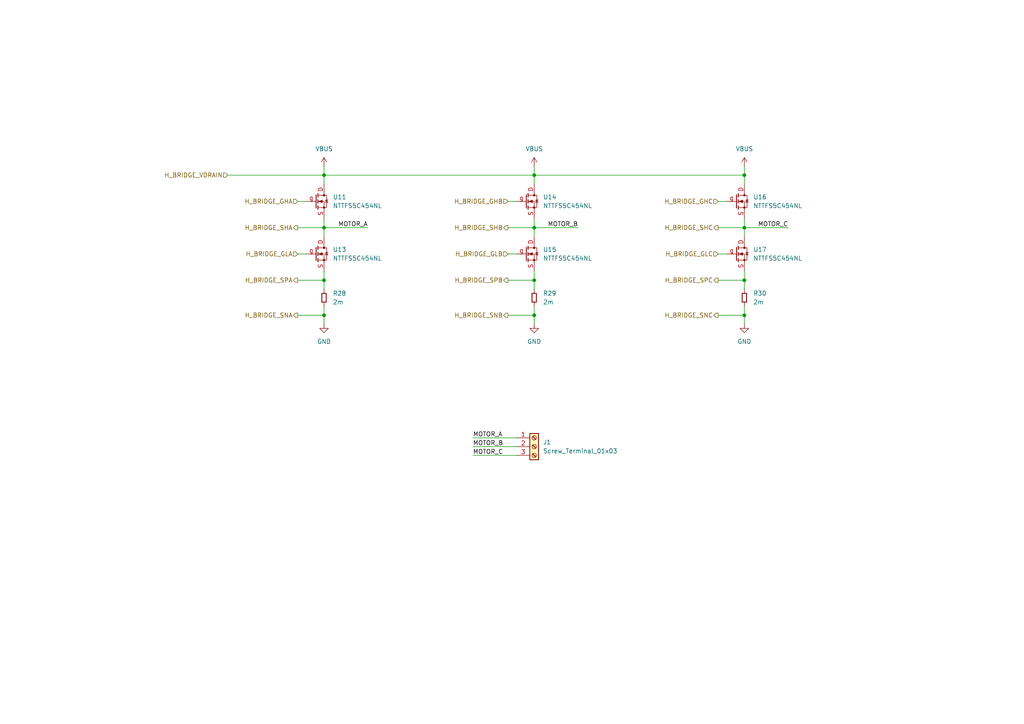
<source format=kicad_sch>
(kicad_sch (version 20250114) (generator "eeschema") (generator_version "9.0")
  (paper "A4")
  (lib_symbols
    (symbol "Connector:Screw_Terminal_01x03" (pin_names (offset 1.016) (hide yes))
      (property "Reference" "J" (at 0 5.08 0))
      (property "Value" "Screw_Terminal_01x03" (at 0 -5.08 0))
      (symbol "Screw_Terminal_01x03_1_1"
        (rectangle (start -1.27 3.81) (end 1.27 -3.81) (stroke (width 0.254)) (fill (type background)))
        (polyline (pts (xy -0.5334 2.8702) (xy 0.3302 2.032)) (stroke (width 0.1524)))
        (polyline (pts (xy -0.5334 0.3302) (xy 0.3302 -0.508)) (stroke (width 0.1524)))
        (polyline (pts (xy -0.5334 -2.2098) (xy 0.3302 -3.048)) (stroke (width 0.1524)))
        (polyline (pts (xy -0.3556 3.048) (xy 0.508 2.2098)) (stroke (width 0.1524)))
        (polyline (pts (xy -0.3556 0.508) (xy 0.508 -0.3302)) (stroke (width 0.1524)))
        (polyline (pts (xy -0.3556 -2.032) (xy 0.508 -2.8702)) (stroke (width 0.1524)))
        (circle (center 0 2.54) (radius 0.635) (stroke (width 0.1524)))
        (circle (center 0 0) (radius 0.635) (stroke (width 0.1524)))
        (circle (center 0 -2.54) (radius 0.635) (stroke (width 0.1524)))
        (pin passive line (at -5.08 2.54 0) (length 3.81) (name "Pin_1") (number "1"))
        (pin passive line (at -5.08 0 0) (length 3.81) (name "Pin_2") (number "2"))
        (pin passive line (at -5.08 -2.54 0) (length 3.81) (name "Pin_3") (number "3"))
      )
    )
    (symbol "Device:R" (pin_numbers (hide yes)) (pin_names (offset 0))
      (symbol "R_0_1"
        (rectangle (start -0.635 1.27) (end 0.635 -1.27) (stroke (width 0.254)))
      )
      (symbol "R_1_1"
        (pin passive line (at 0 2.54 270) (length 1.27) (name "~") (number "1"))
        (pin passive line (at 0 -2.54 90) (length 1.27) (name "~") (number "2"))
      )
    )
    (symbol "main_board:NTTFS5C454NL"
      (symbol "NTTFS5C454NL_0_1"
        (polyline (pts (xy 2.794 1.905) (xy 2.794 -1.905)) (stroke (width 0.254)))
        (polyline (pts (xy 3.302 2.286) (xy 3.302 1.27)) (stroke (width 0.254)))
        (polyline (pts (xy 3.302 1.778) (xy 5.842 1.778) (xy 5.842 -1.778) (xy 3.302 -1.778)))
        (polyline (pts (xy 3.302 0.508) (xy 3.302 -0.508)) (stroke (width 0.254)))
        (polyline (pts (xy 3.302 -1.27) (xy 3.302 -2.286)) (stroke (width 0.254)))
        (polyline (pts (xy 3.556 0) (xy 4.572 -0.381) (xy 4.572 0.381) (xy 3.556 0)) (fill (type outline)))
        (circle (center 5.08 1.778) (radius 0.254) (fill (type outline)))
        (circle (center 5.08 -1.778) (radius 0.254) (fill (type outline)))
        (polyline (pts (xy 5.08 -1.905) (xy 5.08 0) (xy 3.302 0)))
        (polyline (pts (xy 5.6388 0.381) (xy 5.4356 0.254)))
        (polyline (pts (xy 5.8294 0.381) (xy 6.2104 -0.254) (xy 5.4484 -0.254) (xy 5.8294 0.381)))
        (polyline (pts (xy 6.0452 0.381) (xy 5.6388 0.381)))
        (polyline (pts (xy 6.0452 0.381) (xy 6.0452 0.381)))
        (polyline (pts (xy 6.0452 0.381) (xy 6.223 0.508)))
      )
      (symbol "NTTFS5C454NL_1_1"
        (pin input line (at 0 0 0) (length 2.794) (hide yes) (name "") (number "4"))
        (pin input line (at 0 0 0) (length 2.794) (name "") (number "g"))
        (pin power_out line (at 5.08 5.08 270) (length 3.175) (hide yes) (name "") (number "10"))
        (pin power_out line (at 5.08 5.08 270) (length 3.175) (hide yes) (name "") (number "11"))
        (pin power_out line (at 5.08 5.08 270) (length 3.175) (hide yes) (name "") (number "5"))
        (pin power_out line (at 5.08 5.08 270) (length 3.175) (hide yes) (name "") (number "6"))
        (pin power_out line (at 5.08 5.08 270) (length 3.175) (hide yes) (name "") (number "7"))
        (pin power_out line (at 5.08 5.08 270) (length 3.175) (hide yes) (name "") (number "8"))
        (pin power_out line (at 5.08 5.08 270) (length 3.175) (hide yes) (name "") (number "9"))
        (pin power_out line (at 5.08 5.08 270) (length 3.175) (name "") (number "D"))
        (pin power_out line (at 5.08 -5.08 90) (length 3.175) (hide yes) (name "") (number "1"))
        (pin power_out line (at 5.08 -5.08 90) (length 3.175) (hide yes) (name "") (number "2"))
        (pin power_out line (at 5.08 -5.08 90) (length 3.175) (hide yes) (name "") (number "3"))
        (pin power_in line (at 5.08 -5.08 90) (length 3.175) (name "") (number "S"))
      )
    )
    (symbol "power:GND" (power) (pin_numbers (hide yes)) (pin_names (offset 0) (hide yes))
      (property "Value" "GND" (at 0 -3.81 0))
      (symbol "GND_0_1"
        (polyline (pts (xy 0 0) (xy 0 -1.27) (xy 1.27 -1.27) (xy 0 -2.54) (xy -1.27 -1.27) (xy 0 -1.27)))
      )
      (symbol "GND_1_1"
        (pin power_in line (at 0 0 270) (length 0) (name "~") (number "1"))
      )
    )
    (symbol "power:VBUS" (power) (pin_numbers (hide yes)) (pin_names (offset 0) (hide yes))
      (property "Value" "VBUS" (at 0 3.556 0))
      (symbol "VBUS_0_1"
        (polyline (pts (xy -0.762 1.27) (xy 0 2.54)))
        (polyline (pts (xy 0 2.54) (xy 0.762 1.27)))
        (polyline (pts (xy 0 0) (xy 0 2.54)))
      )
      (symbol "VBUS_1_1"
        (pin power_in line (at 0 0 90) (length 0) (name "~") (number "1"))
      )
    )
  )
  (junction (at 215.9 50.8))
  (junction (at 215.9 66.04))
  (junction (at 93.98 81.28))
  (junction (at 93.98 66.04))
  (junction (at 154.94 50.8))
  (junction (at 215.9 81.28))
  (junction (at 93.98 50.8))
  (junction (at 93.98 91.44))
  (junction (at 154.94 81.28))
  (junction (at 215.9 91.44))
  (junction (at 154.94 91.44))
  (junction (at 154.94 66.04))
  (wire (pts (xy 93.98 63.5) (xy 93.98 66.04)))
  (wire (pts (xy 215.9 88.9) (xy 215.9 91.44)))
  (wire (pts (xy 154.94 88.9) (xy 154.94 91.44)))
  (wire (pts (xy 93.98 50.8) (xy 93.98 53.34)))
  (wire (pts (xy 66.04 50.8) (xy 93.98 50.8)))
  (wire (pts (xy 86.36 91.44) (xy 93.98 91.44)))
  (wire (pts (xy 86.36 66.04) (xy 93.98 66.04)))
  (wire (pts (xy 86.36 81.28) (xy 93.98 81.28)))
  (wire (pts (xy 93.98 81.28) (xy 93.98 83.82)))
  (wire (pts (xy 154.94 78.74) (xy 154.94 81.28)))
  (wire (pts (xy 154.94 48.26) (xy 154.94 50.8)))
  (wire (pts (xy 93.98 66.04) (xy 106.68 66.04)))
  (wire (pts (xy 149.86 73.66) (xy 147.32 73.66)))
  (wire (pts (xy 208.28 81.28) (xy 215.9 81.28)))
  (wire (pts (xy 154.94 50.8) (xy 215.9 50.8)))
  (wire (pts (xy 215.9 66.04) (xy 228.6 66.04)))
  (wire (pts (xy 210.82 73.66) (xy 208.28 73.66)))
  (wire (pts (xy 88.9 73.66) (xy 86.36 73.66)))
  (wire (pts (xy 215.9 81.28) (xy 215.9 83.82)))
  (wire (pts (xy 149.86 127) (xy 137.16 127)))
  (wire (pts (xy 88.9 58.42) (xy 86.36 58.42)))
  (wire (pts (xy 93.98 48.26) (xy 93.98 50.8)))
  (wire (pts (xy 210.82 58.42) (xy 208.28 58.42)))
  (wire (pts (xy 215.9 63.5) (xy 215.9 66.04)))
  (wire (pts (xy 154.94 50.8) (xy 154.94 53.34)))
  (wire (pts (xy 154.94 91.44) (xy 154.94 93.98)))
  (wire (pts (xy 149.86 129.54) (xy 137.16 129.54)))
  (wire (pts (xy 147.32 91.44) (xy 154.94 91.44)))
  (wire (pts (xy 208.28 91.44) (xy 215.9 91.44)))
  (wire (pts (xy 215.9 66.04) (xy 215.9 68.58)))
  (wire (pts (xy 149.86 132.08) (xy 137.16 132.08)))
  (wire (pts (xy 215.9 48.26) (xy 215.9 50.8)))
  (wire (pts (xy 215.9 91.44) (xy 215.9 93.98)))
  (wire (pts (xy 93.98 91.44) (xy 93.98 93.98)))
  (wire (pts (xy 149.86 58.42) (xy 147.32 58.42)))
  (wire (pts (xy 93.98 88.9) (xy 93.98 91.44)))
  (wire (pts (xy 154.94 63.5) (xy 154.94 66.04)))
  (wire (pts (xy 215.9 78.74) (xy 215.9 81.28)))
  (wire (pts (xy 215.9 50.8) (xy 215.9 53.34)))
  (wire (pts (xy 93.98 78.74) (xy 93.98 81.28)))
  (wire (pts (xy 154.94 66.04) (xy 167.64 66.04)))
  (wire (pts (xy 208.28 66.04) (xy 215.9 66.04)))
  (wire (pts (xy 154.94 81.28) (xy 154.94 83.82)))
  (wire (pts (xy 147.32 81.28) (xy 154.94 81.28)))
  (wire (pts (xy 93.98 66.04) (xy 93.98 68.58)))
  (wire (pts (xy 154.94 66.04) (xy 154.94 68.58)))
  (wire (pts (xy 147.32 66.04) (xy 154.94 66.04)))
  (wire (pts (xy 93.98 50.8) (xy 154.94 50.8)))
  (label "MOTOR_A" (at 106.68 66.04 180))
  (label "MOTOR_C" (at 228.6 66.04 180))
  (label "MOTOR_C" (at 137.16 132.08 0))
  (label "MOTOR_B" (at 167.64 66.04 180))
  (label "MOTOR_A" (at 137.16 127 0))
  (label "MOTOR_B" (at 137.16 129.54 0))
  (hierarchical_label "H_BRIDGE_VDRAIN" (shape input) (at 66.04 50.8 180))
  (hierarchical_label "H_BRIDGE_GHA" (shape input) (at 86.36 58.42 180))
  (hierarchical_label "H_BRIDGE_SHA" (shape output) (at 86.36 66.04 180))
  (hierarchical_label "H_BRIDGE_SPA" (shape output) (at 86.36 81.28 180))
  (hierarchical_label "H_BRIDGE_SHB" (shape output) (at 147.32 66.04 180))
  (hierarchical_label "H_BRIDGE_GLB" (shape input) (at 147.32 73.66 180))
  (hierarchical_label "H_BRIDGE_SNB" (shape output) (at 147.32 91.44 180))
  (hierarchical_label "H_BRIDGE_SNA" (shape output) (at 86.36 91.44 180))
  (hierarchical_label "H_BRIDGE_SPC" (shape output) (at 208.28 81.28 180))
  (hierarchical_label "H_BRIDGE_SNC" (shape output) (at 208.28 91.44 180))
  (hierarchical_label "H_BRIDGE_SPB" (shape output) (at 147.32 81.28 180))
  (hierarchical_label "H_BRIDGE_GHC" (shape input) (at 208.28 58.42 180))
  (hierarchical_label "H_BRIDGE_GHB" (shape input) (at 147.32 58.42 180))
  (hierarchical_label "H_BRIDGE_GLC" (shape input) (at 208.28 73.66 180))
  (hierarchical_label "H_BRIDGE_GLA" (shape input) (at 86.36 73.66 180))
  (hierarchical_label "H_BRIDGE_SHC" (shape output) (at 208.28 66.04 180))
  (symbol (lib_id "main_board:NTTFS5C454NL") (at 210.82 73.66 0) (unit 1)
    (property "Reference" "U17" (at 218.44 72.3899 0) (effects (justify left)))
    (property "Value" "NTTFS5C454NL" (at 218.44 74.9299 0) (effects (justify left)))
    (property "Footprint" "main_board:NTTFS5C454NL" (effects (hide yes)))
    (property "Datasheet" "kicad-embed://NTTFS5C454NL.pdf" (effects (hide yes)))
    (property "Manufacturer" "onsemi" (effects (hide yes)))
    (property "Manufacturer Part Number" "NTTFS5C454NL" (effects (hide yes)))
  )
  (symbol (lib_id "main_board:NTTFS5C454NL") (at 88.9 58.42 0) (unit 1)
    (property "Reference" "U11" (at 96.52 57.1499 0) (effects (justify left)))
    (property "Value" "NTTFS5C454NL" (at 96.52 59.6899 0) (effects (justify left)))
    (property "Footprint" "main_board:NTTFS5C454NL" (effects (hide yes)))
    (property "Datasheet" "kicad-embed://NTTFS5C454NL.pdf" (effects (hide yes)))
    (property "Manufacturer" "onsemi" (effects (hide yes)))
    (property "Manufacturer Part Number" "NTTFS5C454NL" (effects (hide yes)))
  )
  (symbol (lib_id "Device:R") (at 93.98 86.36 180) (unit 1)
    (property "Reference" "R28" (at 96.52 85.0899 0) (effects (justify right)))
    (property "Value" "2m" (at 96.52 87.6299 0) (effects (justify right)))
    (property "Footprint" "Resistor_SMD:R_0612_1632Metric" (effects (hide yes)))
    (property "Description" "Resistor" (effects (hide yes)))
    (property "Manufacturer" "prosemi" (effects (hide yes)))
    (property "Manufacturer Part Number" "MLR06A1R002F2" (effects (hide yes)))
  )
  (symbol (lib_id "main_board:NTTFS5C454NL") (at 88.9 73.66 0) (unit 1)
    (property "Reference" "U13" (at 96.52 72.3899 0) (effects (justify left)))
    (property "Value" "NTTFS5C454NL" (at 96.52 74.9299 0) (effects (justify left)))
    (property "Footprint" "main_board:NTTFS5C454NL" (effects (hide yes)))
    (property "Datasheet" "kicad-embed://NTTFS5C454NL.pdf" (effects (hide yes)))
    (property "Manufacturer" "onsemi" (effects (hide yes)))
    (property "Manufacturer Part Number" "NTTFS5C454NL" (effects (hide yes)))
  )
  (symbol (lib_id "main_board:NTTFS5C454NL") (at 149.86 58.42 0) (unit 1)
    (property "Reference" "U14" (at 157.48 57.1499 0) (effects (justify left)))
    (property "Value" "NTTFS5C454NL" (at 157.48 59.6899 0) (effects (justify left)))
    (property "Footprint" "main_board:NTTFS5C454NL" (effects (hide yes)))
    (property "Datasheet" "kicad-embed://NTTFS5C454NL.pdf" (effects (hide yes)))
    (property "Manufacturer" "onsemi" (effects (hide yes)))
    (property "Manufacturer Part Number" "NTTFS5C454NL" (effects (hide yes)))
  )
  (symbol (lib_id "main_board:NTTFS5C454NL") (at 149.86 73.66 0) (unit 1)
    (property "Reference" "U15" (at 157.48 72.3899 0) (effects (justify left)))
    (property "Value" "NTTFS5C454NL" (at 157.48 74.9299 0) (effects (justify left)))
    (property "Footprint" "main_board:NTTFS5C454NL" (effects (hide yes)))
    (property "Datasheet" "kicad-embed://NTTFS5C454NL.pdf" (effects (hide yes)))
    (property "Manufacturer" "onsemi" (effects (hide yes)))
    (property "Manufacturer Part Number" "NTTFS5C454NL" (effects (hide yes)))
  )
  (symbol (lib_id "power:VBUS") (at 154.94 48.26 0) (unit 1)
    (property "Reference" "#PWR071" (effects (hide yes)))
    (property "Value" "VBUS" (at 154.94 43.18 0))
    (property "Description" "Power symbol creates a global label with name \"VBUS\"" (effects (hide yes)))
  )
  (symbol (lib_id "power:VBUS") (at 93.98 48.26 0) (unit 1)
    (property "Reference" "#PWR070" (effects (hide yes)))
    (property "Value" "VBUS" (at 93.98 43.18 0))
    (property "Description" "Power symbol creates a global label with name \"VBUS\"" (effects (hide yes)))
  )
  (symbol (lib_id "Connector:Screw_Terminal_01x03") (at 154.94 129.54 0) (unit 1)
    (property "Reference" "J1" (at 157.48 128.2699 0) (effects (justify left)))
    (property "Value" "Screw_Terminal_01x03" (at 157.48 130.8099 0) (effects (justify left)))
    (property "Description" "Generic screw terminal, single row, 01x03, script generated (kicad-library-utils/schlib/autogen/connector/)" (effects (hide yes)))
  )
  (symbol (lib_id "Device:R") (at 215.9 86.36 180) (unit 1)
    (property "Reference" "R30" (at 218.44 85.0899 0) (effects (justify right)))
    (property "Value" "2m" (at 218.44 87.6299 0) (effects (justify right)))
    (property "Footprint" "Resistor_SMD:R_0612_1632Metric" (effects (hide yes)))
    (property "Description" "Resistor" (effects (hide yes)))
    (property "Manufacturer" "prosemi" (effects (hide yes)))
    (property "Manufacturer Part Number" "MLR06A1R002F2" (effects (hide yes)))
  )
  (symbol (lib_id "power:GND") (at 154.94 93.98 0) (unit 1)
    (property "Reference" "#PWR031" (effects (hide yes)))
    (property "Value" "GND" (at 154.94 99.06 0))
    (property "Description" "Power symbol creates a global label with name \"GND\" , ground" (effects (hide yes)))
  )
  (symbol (lib_id "Device:R") (at 154.94 86.36 180) (unit 1)
    (property "Reference" "R29" (at 157.48 85.0899 0) (effects (justify right)))
    (property "Value" "2m" (at 157.48 87.6299 0) (effects (justify right)))
    (property "Footprint" "Resistor_SMD:R_0612_1632Metric" (effects (hide yes)))
    (property "Description" "Resistor" (effects (hide yes)))
    (property "Manufacturer" "prosemi" (effects (hide yes)))
    (property "Manufacturer Part Number" "MLR06A1R002F2" (effects (hide yes)))
  )
  (symbol (lib_id "power:VBUS") (at 215.9 48.26 0) (unit 1)
    (property "Reference" "#PWR072" (effects (hide yes)))
    (property "Value" "VBUS" (at 215.9 43.18 0))
    (property "Description" "Power symbol creates a global label with name \"VBUS\"" (effects (hide yes)))
  )
  (symbol (lib_id "power:GND") (at 215.9 93.98 0) (unit 1)
    (property "Reference" "#PWR033" (effects (hide yes)))
    (property "Value" "GND" (at 215.9 99.06 0))
    (property "Description" "Power symbol creates a global label with name \"GND\" , ground" (effects (hide yes)))
  )
  (symbol (lib_id "main_board:NTTFS5C454NL") (at 210.82 58.42 0) (unit 1)
    (property "Reference" "U16" (at 218.44 57.1499 0) (effects (justify left)))
    (property "Value" "NTTFS5C454NL" (at 218.44 59.6899 0) (effects (justify left)))
    (property "Footprint" "main_board:NTTFS5C454NL" (effects (hide yes)))
    (property "Datasheet" "kicad-embed://NTTFS5C454NL.pdf" (effects (hide yes)))
    (property "Manufacturer" "onsemi" (effects (hide yes)))
    (property "Manufacturer Part Number" "NTTFS5C454NL" (effects (hide yes)))
  )
  (symbol (lib_id "power:GND") (at 93.98 93.98 0) (unit 1)
    (property "Reference" "#PWR016" (effects (hide yes)))
    (property "Value" "GND" (at 93.98 99.06 0))
    (property "Description" "Power symbol creates a global label with name \"GND\" , ground" (effects (hide yes)))
  )
)
</source>
